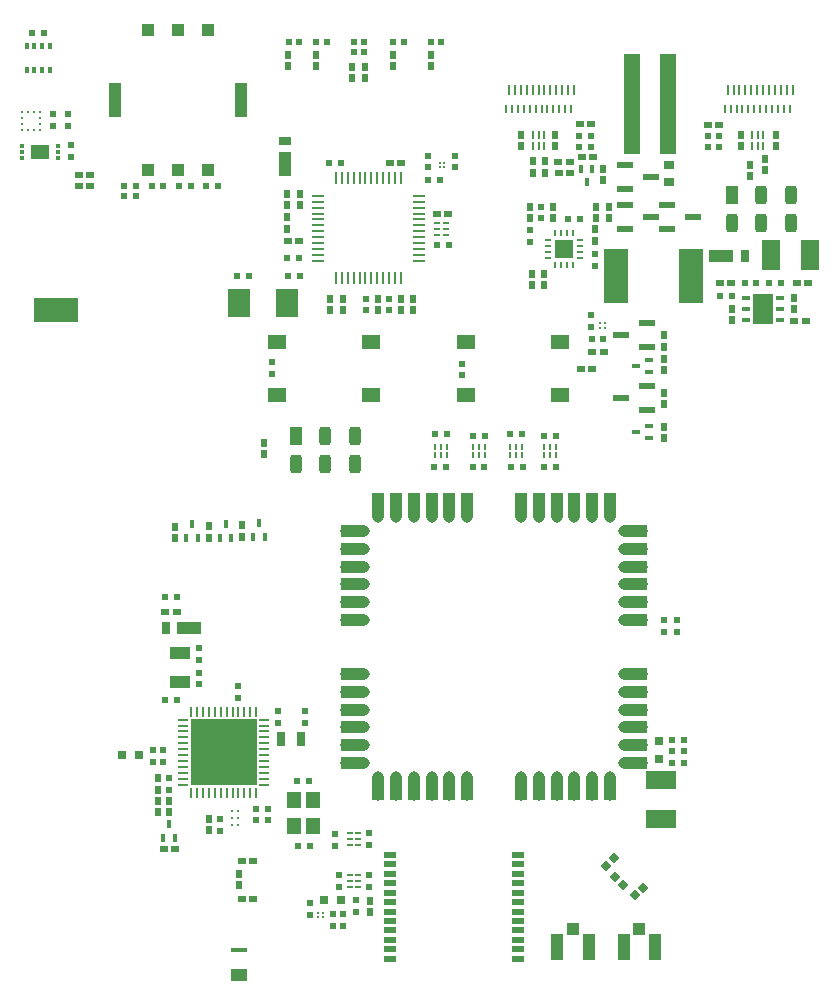
<source format=gtp>
G04*
G04 #@! TF.GenerationSoftware,Altium Limited,Altium Designer,19.0.15 (446)*
G04*
G04 Layer_Color=8421504*
%FSLAX44Y44*%
%MOMM*%
G71*
G01*
G75*
%ADD17R,1.9000X2.4000*%
%ADD18R,1.4000X0.4000*%
%ADD19R,1.4000X1.0000*%
%ADD20R,0.2000X0.2000*%
%ADD21O,2.5000X1.0000*%
%ADD22O,1.0000X2.5000*%
%ADD23R,1.2000X1.4000*%
%ADD25R,2.1000X4.5500*%
%ADD26R,1.5000X2.5000*%
%ADD27R,0.6000X0.5000*%
%ADD28R,1.0000X1.1000*%
%ADD29R,1.0000X3.0000*%
%ADD30R,1.1000X0.8000*%
%ADD31R,1.1000X2.1000*%
%ADD32R,0.6000X0.5000*%
%ADD33R,0.8500X0.7000*%
%ADD34R,0.7500X1.3000*%
%ADD35R,0.6500X0.8000*%
%ADD36R,1.0500X2.2000*%
%ADD37R,1.0000X1.0500*%
%ADD38R,1.4000X0.6000*%
%ADD39R,0.4000X0.6500*%
%ADD40R,1.5500X1.3000*%
%ADD41R,1.0000X1.6000*%
G04:AMPARAMS|DCode=42|XSize=1mm|YSize=1.6mm|CornerRadius=0.25mm|HoleSize=0mm|Usage=FLASHONLY|Rotation=0.000|XOffset=0mm|YOffset=0mm|HoleType=Round|Shape=RoundedRectangle|*
%AMROUNDEDRECTD42*
21,1,1.0000,1.1000,0,0,0.0*
21,1,0.5000,1.6000,0,0,0.0*
1,1,0.5000,0.2500,-0.5500*
1,1,0.5000,-0.2500,-0.5500*
1,1,0.5000,-0.2500,0.5500*
1,1,0.5000,0.2500,0.5500*
%
%ADD42ROUNDEDRECTD42*%
%ADD43R,3.8000X2.0300*%
%ADD44R,1.1000X0.6000*%
%ADD45O,0.8500X0.2500*%
%ADD46O,0.2500X0.8500*%
%ADD47R,5.6000X5.6000*%
%ADD48R,1.5000X1.5000*%
%ADD49R,0.2500X0.5000*%
%ADD50R,0.5000X0.2500*%
%ADD51R,1.7500X2.5000*%
%ADD52R,0.7000X0.4500*%
%ADD53C,0.2200*%
%ADD54R,0.2750X0.2500*%
%ADD55R,0.2500X0.2750*%
%ADD56R,1.5000X1.2000*%
%ADD57R,0.4000X0.3000*%
%ADD58R,0.3500X0.5000*%
%ADD59R,0.2500X0.6500*%
%ADD60R,0.2000X1.0000*%
%ADD61R,1.0000X0.2000*%
%ADD62R,0.5250X0.2500*%
%ADD63R,1.8000X1.0000*%
%ADD64R,1.4000X8.5000*%
%ADD65R,0.2700X0.8000*%
%ADD66R,0.2700X0.9000*%
%ADD67R,0.6000X0.6500*%
%ADD68R,0.6500X0.4000*%
%ADD70R,0.6500X0.6000*%
%ADD71R,0.5000X0.6000*%
%ADD72R,0.8000X1.1000*%
%ADD73R,2.1000X1.1000*%
%ADD74R,2.5000X1.5000*%
%ADD75R,0.8000X0.6500*%
%ADD76R,0.2500X0.5250*%
G04:AMPARAMS|DCode=77|XSize=0.6mm|YSize=0.65mm|CornerRadius=0mm|HoleSize=0mm|Usage=FLASHONLY|Rotation=135.000|XOffset=0mm|YOffset=0mm|HoleType=Round|Shape=Rectangle|*
%AMROTATEDRECTD77*
4,1,4,0.4419,0.0177,-0.0177,-0.4419,-0.4419,-0.0177,0.0177,0.4419,0.4419,0.0177,0.0*
%
%ADD77ROTATEDRECTD77*%

G04:AMPARAMS|DCode=78|XSize=0.6mm|YSize=0.65mm|CornerRadius=0mm|HoleSize=0mm|Usage=FLASHONLY|Rotation=225.000|XOffset=0mm|YOffset=0mm|HoleType=Round|Shape=Rectangle|*
%AMROTATEDRECTD78*
4,1,4,-0.0177,0.4419,0.4419,-0.0177,0.0177,-0.4419,-0.4419,0.0177,-0.0177,0.4419,0.0*
%
%ADD78ROTATEDRECTD78*%

%ADD79R,0.5000X0.6000*%
%ADD87R,0.6250X1.0000*%
%ADD88R,0.6250X1.0000*%
%ADD89R,0.6250X1.0000*%
%ADD90R,0.6250X1.0000*%
%ADD91R,1.0000X0.5000*%
D17*
X450460Y839400D02*
D03*
X491460D02*
D03*
D18*
X450275Y292009D02*
D03*
D19*
Y270349D02*
D03*
D20*
X445151Y397330D02*
D03*
X450151D02*
D03*
Y403200D02*
D03*
X445151D02*
D03*
Y409070D02*
D03*
X450151D02*
D03*
D21*
X784200Y646270D02*
D03*
Y631270D02*
D03*
Y616270D02*
D03*
Y601270D02*
D03*
Y586270D02*
D03*
Y571270D02*
D03*
Y525270D02*
D03*
Y510270D02*
D03*
Y495270D02*
D03*
Y480270D02*
D03*
Y465270D02*
D03*
Y450270D02*
D03*
X549200D02*
D03*
Y465270D02*
D03*
Y480270D02*
D03*
Y495270D02*
D03*
Y510270D02*
D03*
Y525270D02*
D03*
Y571270D02*
D03*
Y586270D02*
D03*
Y601270D02*
D03*
Y616270D02*
D03*
Y631270D02*
D03*
Y646270D02*
D03*
D22*
X764700Y430770D02*
D03*
X749700D02*
D03*
X734700D02*
D03*
X719700D02*
D03*
X704700D02*
D03*
X689700D02*
D03*
X643700D02*
D03*
X628700D02*
D03*
X613700D02*
D03*
X598700D02*
D03*
X583700D02*
D03*
X568700D02*
D03*
Y665770D02*
D03*
X583700D02*
D03*
X598700D02*
D03*
X613700D02*
D03*
X628700D02*
D03*
X643700D02*
D03*
X689700D02*
D03*
X704700D02*
D03*
X719700D02*
D03*
X734700D02*
D03*
X749700D02*
D03*
X764700D02*
D03*
D23*
X497200Y418800D02*
D03*
X513200D02*
D03*
Y396800D02*
D03*
X497200D02*
D03*
D25*
X770200Y862109D02*
D03*
X833199D02*
D03*
D26*
X901230Y880200D02*
D03*
X934250D02*
D03*
D27*
X748900Y971900D02*
D03*
X738900D02*
D03*
X432700Y938853D02*
D03*
X422700D02*
D03*
X399700D02*
D03*
X409700D02*
D03*
X376700D02*
D03*
X386700D02*
D03*
X526700Y958200D02*
D03*
X536700D02*
D03*
X611010Y943200D02*
D03*
X621010D02*
D03*
X628700Y888200D02*
D03*
X618700D02*
D03*
X501700Y877200D02*
D03*
X491700D02*
D03*
X748800Y981100D02*
D03*
X738800D02*
D03*
X847400Y980500D02*
D03*
X857400D02*
D03*
X847400Y971300D02*
D03*
X857400D02*
D03*
X909700Y856708D02*
D03*
X899700D02*
D03*
X878700D02*
D03*
X888700D02*
D03*
X867700Y845371D02*
D03*
X857700D02*
D03*
X749160Y809200D02*
D03*
X759160D02*
D03*
X739600Y910945D02*
D03*
X729600D02*
D03*
X817560Y450200D02*
D03*
X827560D02*
D03*
X817700Y460200D02*
D03*
X827700D02*
D03*
X817700Y469200D02*
D03*
X827700D02*
D03*
X719250Y700276D02*
D03*
X709250D02*
D03*
X719250Y726430D02*
D03*
X709250D02*
D03*
X691250Y700276D02*
D03*
X681250D02*
D03*
X690250Y728640D02*
D03*
X680250D02*
D03*
X658588Y726430D02*
D03*
X648588D02*
D03*
X658448Y700276D02*
D03*
X648448D02*
D03*
X626800Y728640D02*
D03*
X616800D02*
D03*
X625700Y700276D02*
D03*
X615700D02*
D03*
X465400Y410700D02*
D03*
X475400D02*
D03*
X465400Y401700D02*
D03*
X475400D02*
D03*
X510400Y379683D02*
D03*
X500400D02*
D03*
X501960Y862110D02*
D03*
X491960D02*
D03*
X459150Y862380D02*
D03*
X449150D02*
D03*
X510200Y435000D02*
D03*
X500200D02*
D03*
X398210Y503090D02*
D03*
X388210D02*
D03*
X388038Y590202D02*
D03*
X398038D02*
D03*
X363700Y929853D02*
D03*
X353700D02*
D03*
X363700Y938853D02*
D03*
X353700D02*
D03*
X275700Y1068200D02*
D03*
X285700D02*
D03*
D28*
X399100Y1070314D02*
D03*
X424500D02*
D03*
X373700D02*
D03*
X424300Y952214D02*
D03*
X373500D02*
D03*
X398900D02*
D03*
D29*
X346100Y1011314D02*
D03*
X452100D02*
D03*
D30*
X489700Y976950D02*
D03*
D31*
X489700Y957200D02*
D03*
D32*
X556700Y1060700D02*
D03*
Y1051700D02*
D03*
X547700Y1060700D02*
D03*
Y1051700D02*
D03*
D33*
X814700Y956700D02*
D03*
Y941700D02*
D03*
D34*
X485950Y470200D02*
D03*
X503450D02*
D03*
D35*
X522300Y333860D02*
D03*
X536800D02*
D03*
X351790Y456900D02*
D03*
X366290D02*
D03*
D36*
X720100Y294200D02*
D03*
X746700D02*
D03*
X776400Y294000D02*
D03*
X803000D02*
D03*
D37*
X733400Y309400D02*
D03*
X789700Y309200D02*
D03*
D38*
X773700Y812200D02*
D03*
X795700Y822200D02*
D03*
Y802200D02*
D03*
X799700Y912200D02*
D03*
X777700Y902200D02*
D03*
Y922200D02*
D03*
X834700Y912025D02*
D03*
X812700Y902025D02*
D03*
Y922025D02*
D03*
X799700Y946200D02*
D03*
X777700Y936200D02*
D03*
Y956200D02*
D03*
X773700Y759200D02*
D03*
X795700Y769200D02*
D03*
Y749200D02*
D03*
D39*
X739900Y953200D02*
D03*
X749900D02*
D03*
X744900Y941700D02*
D03*
X396700Y386555D02*
D03*
X386700D02*
D03*
X391700Y398055D02*
D03*
X472631Y641450D02*
D03*
X462631D02*
D03*
X467631Y652950D02*
D03*
X444300Y640850D02*
D03*
X434300D02*
D03*
X439300Y652350D02*
D03*
X415854Y640755D02*
D03*
X405854D02*
D03*
X410854Y652255D02*
D03*
D40*
X482910Y806300D02*
D03*
X562510Y806300D02*
D03*
X562410Y761300D02*
D03*
X482910D02*
D03*
X642910Y806300D02*
D03*
X722510Y806300D02*
D03*
X722410Y761300D02*
D03*
X642910D02*
D03*
D41*
X867700Y931200D02*
D03*
X498700Y727200D02*
D03*
D42*
X892700Y931200D02*
D03*
X917700D02*
D03*
Y907200D02*
D03*
X892700D02*
D03*
X867700D02*
D03*
X523700Y727200D02*
D03*
X548700D02*
D03*
Y703200D02*
D03*
X523700D02*
D03*
X498700D02*
D03*
D43*
X295398Y833199D02*
D03*
D44*
X578200Y284200D02*
D03*
Y292200D02*
D03*
Y300200D02*
D03*
Y308200D02*
D03*
Y316200D02*
D03*
Y324200D02*
D03*
Y332200D02*
D03*
Y340200D02*
D03*
Y348200D02*
D03*
Y356200D02*
D03*
Y364200D02*
D03*
Y372200D02*
D03*
X687200D02*
D03*
Y364200D02*
D03*
Y356200D02*
D03*
Y348200D02*
D03*
Y340200D02*
D03*
Y332200D02*
D03*
Y324200D02*
D03*
Y316200D02*
D03*
Y308200D02*
D03*
Y300200D02*
D03*
Y292200D02*
D03*
Y284200D02*
D03*
D45*
X403450Y486700D02*
D03*
Y481700D02*
D03*
Y476700D02*
D03*
Y471700D02*
D03*
Y466700D02*
D03*
Y461700D02*
D03*
Y456700D02*
D03*
Y451700D02*
D03*
Y446700D02*
D03*
Y441700D02*
D03*
Y436700D02*
D03*
Y431700D02*
D03*
X471950D02*
D03*
Y436700D02*
D03*
Y441700D02*
D03*
Y446700D02*
D03*
Y451700D02*
D03*
Y456700D02*
D03*
Y461700D02*
D03*
Y466700D02*
D03*
Y471700D02*
D03*
Y476700D02*
D03*
Y481700D02*
D03*
Y486700D02*
D03*
D46*
X410200Y424950D02*
D03*
X415200D02*
D03*
X420200D02*
D03*
X425200D02*
D03*
X430200D02*
D03*
X435200D02*
D03*
X440200D02*
D03*
X445200D02*
D03*
X450200D02*
D03*
X455200D02*
D03*
X460200D02*
D03*
X465200D02*
D03*
Y493450D02*
D03*
X460200D02*
D03*
X455200D02*
D03*
X450200D02*
D03*
X445200D02*
D03*
X440200D02*
D03*
X435200D02*
D03*
X430200D02*
D03*
X425200D02*
D03*
X420200D02*
D03*
X415200D02*
D03*
X410200D02*
D03*
D47*
X437700Y459200D02*
D03*
D48*
X725700Y885103D02*
D03*
D49*
X718200Y871603D02*
D03*
X723199D02*
D03*
X728199D02*
D03*
X733199D02*
D03*
X733200Y898503D02*
D03*
X728200D02*
D03*
X723200D02*
D03*
X718200D02*
D03*
D50*
X739100Y877603D02*
D03*
Y882603D02*
D03*
Y887603D02*
D03*
Y892603D02*
D03*
X712200Y892603D02*
D03*
Y887603D02*
D03*
Y882603D02*
D03*
Y877603D02*
D03*
D51*
X894230Y834450D02*
D03*
D52*
X879680Y824952D02*
D03*
Y834452D02*
D03*
Y843952D02*
D03*
X908679Y824950D02*
D03*
Y834450D02*
D03*
Y843950D02*
D03*
D53*
X760700Y822200D02*
D03*
X756700D02*
D03*
Y818200D02*
D03*
X760700D02*
D03*
X624487Y954200D02*
D03*
Y958200D02*
D03*
X620487D02*
D03*
Y954200D02*
D03*
X517875Y323266D02*
D03*
Y319266D02*
D03*
X521875D02*
D03*
Y323266D02*
D03*
D54*
X267200Y986113D02*
D03*
Y991113D02*
D03*
Y996113D02*
D03*
Y1001113D02*
D03*
X282200D02*
D03*
Y996113D02*
D03*
Y991113D02*
D03*
Y986113D02*
D03*
D55*
X272200D02*
D03*
X277200D02*
D03*
X272200Y1001113D02*
D03*
X277200D02*
D03*
D56*
X282243Y967425D02*
D03*
D57*
X267243Y962425D02*
D03*
X297243D02*
D03*
Y967425D02*
D03*
X267243D02*
D03*
Y972425D02*
D03*
X297243D02*
D03*
D58*
X270950Y1036950D02*
D03*
X277450D02*
D03*
X283950D02*
D03*
X290450D02*
D03*
Y1057450D02*
D03*
X283950D02*
D03*
X277450D02*
D03*
X270950D02*
D03*
D59*
X699300Y982000D02*
D03*
X704300D02*
D03*
X709300D02*
D03*
Y972500D02*
D03*
X704300D02*
D03*
X699300D02*
D03*
X884700Y981950D02*
D03*
X889700D02*
D03*
X894700D02*
D03*
Y972450D02*
D03*
X889700D02*
D03*
X884700D02*
D03*
D60*
X532710Y945200D02*
D03*
X572710Y860200D02*
D03*
X532710D02*
D03*
X557710Y945200D02*
D03*
X572710D02*
D03*
X547710D02*
D03*
X552710D02*
D03*
X587710Y860200D02*
D03*
Y945200D02*
D03*
X577710D02*
D03*
X582710D02*
D03*
X562710Y860200D02*
D03*
X542710Y945200D02*
D03*
X557710Y860200D02*
D03*
X552710D02*
D03*
X567710Y945200D02*
D03*
X537710Y860200D02*
D03*
X542710D02*
D03*
X562710Y945200D02*
D03*
X582710Y860200D02*
D03*
X547710D02*
D03*
X537710Y945200D02*
D03*
X567710Y860200D02*
D03*
X577710D02*
D03*
D61*
X602710Y930200D02*
D03*
Y920200D02*
D03*
X517710Y890200D02*
D03*
Y900200D02*
D03*
X602710Y915200D02*
D03*
X517710Y885200D02*
D03*
Y875200D02*
D03*
X602710Y900200D02*
D03*
Y875200D02*
D03*
Y890200D02*
D03*
Y895200D02*
D03*
Y885200D02*
D03*
X517710Y930200D02*
D03*
Y895200D02*
D03*
X602710Y880200D02*
D03*
Y925200D02*
D03*
Y910200D02*
D03*
X517710Y880200D02*
D03*
X602710Y905200D02*
D03*
X517710Y915200D02*
D03*
Y920200D02*
D03*
Y925200D02*
D03*
Y910200D02*
D03*
Y905200D02*
D03*
D62*
X618545Y906950D02*
D03*
Y901950D02*
D03*
Y896950D02*
D03*
X625845Y906950D02*
D03*
Y901950D02*
D03*
Y896950D02*
D03*
X551802Y345206D02*
D03*
Y350206D02*
D03*
Y355206D02*
D03*
X544502Y345206D02*
D03*
Y350206D02*
D03*
Y355206D02*
D03*
X551700Y380683D02*
D03*
Y385683D02*
D03*
Y390683D02*
D03*
X544400Y380683D02*
D03*
Y385683D02*
D03*
Y390683D02*
D03*
D63*
X400761Y543270D02*
D03*
Y518270D02*
D03*
D64*
X813700Y1008200D02*
D03*
X783700D02*
D03*
D65*
X676850Y1004010D02*
D03*
X681850D02*
D03*
X686850D02*
D03*
X691850D02*
D03*
X696850D02*
D03*
X701850D02*
D03*
X706850D02*
D03*
X711850D02*
D03*
X716850D02*
D03*
X721850D02*
D03*
X726850D02*
D03*
X731850D02*
D03*
X861950D02*
D03*
X866950D02*
D03*
X871950D02*
D03*
X876950D02*
D03*
X881950D02*
D03*
X886950D02*
D03*
X891950D02*
D03*
X896950D02*
D03*
X901950D02*
D03*
X906950D02*
D03*
X911950D02*
D03*
X916950D02*
D03*
D66*
X734330Y1020010D02*
D03*
X729330D02*
D03*
X724330D02*
D03*
X719330D02*
D03*
X714330D02*
D03*
X709330D02*
D03*
X704330D02*
D03*
X699330D02*
D03*
X694330D02*
D03*
X689330D02*
D03*
X684330D02*
D03*
X679330D02*
D03*
X919430D02*
D03*
X914430D02*
D03*
X909430D02*
D03*
X904430D02*
D03*
X899430D02*
D03*
X894430D02*
D03*
X889430D02*
D03*
X884430D02*
D03*
X879430D02*
D03*
X874430D02*
D03*
X869430D02*
D03*
X864430D02*
D03*
D67*
X896400Y951900D02*
D03*
Y961400D02*
D03*
X758600Y943400D02*
D03*
Y952900D02*
D03*
X752400Y892190D02*
D03*
Y901690D02*
D03*
X502700Y922450D02*
D03*
Y931950D02*
D03*
X491700D02*
D03*
Y922450D02*
D03*
Y902450D02*
D03*
Y911950D02*
D03*
X538700Y833700D02*
D03*
Y843200D02*
D03*
X568200Y842700D02*
D03*
Y833200D02*
D03*
X587700Y833450D02*
D03*
Y842950D02*
D03*
X597700Y833450D02*
D03*
Y842950D02*
D03*
X527700Y833700D02*
D03*
Y843200D02*
D03*
X709500Y959300D02*
D03*
Y949800D02*
D03*
X699300Y959300D02*
D03*
Y949800D02*
D03*
X718400Y981950D02*
D03*
Y972450D02*
D03*
X689400Y981950D02*
D03*
Y972450D02*
D03*
X883100Y947050D02*
D03*
Y956550D02*
D03*
X875700Y981700D02*
D03*
Y972200D02*
D03*
X905700Y981700D02*
D03*
Y972200D02*
D03*
X920700Y843950D02*
D03*
Y834450D02*
D03*
X867700Y824700D02*
D03*
Y834200D02*
D03*
X810529Y811950D02*
D03*
Y802450D02*
D03*
Y782450D02*
D03*
Y791950D02*
D03*
Y763200D02*
D03*
Y753700D02*
D03*
Y725274D02*
D03*
Y734774D02*
D03*
X763700Y920950D02*
D03*
Y911450D02*
D03*
X752700Y920950D02*
D03*
Y911450D02*
D03*
X716300Y920853D02*
D03*
Y911353D02*
D03*
X697300Y920853D02*
D03*
Y911353D02*
D03*
X708700Y854603D02*
D03*
Y864103D02*
D03*
X698700Y854603D02*
D03*
Y864103D02*
D03*
X561323Y333500D02*
D03*
Y324000D02*
D03*
X382093Y427450D02*
D03*
Y436950D02*
D03*
X391700Y408065D02*
D03*
Y417565D02*
D03*
X382093D02*
D03*
Y408065D02*
D03*
X425000Y393024D02*
D03*
Y402524D02*
D03*
X453126Y651069D02*
D03*
Y641569D02*
D03*
X425300Y650350D02*
D03*
Y640850D02*
D03*
X396850Y650170D02*
D03*
Y640670D02*
D03*
X471700Y711450D02*
D03*
Y720950D02*
D03*
X450275Y355950D02*
D03*
Y346450D02*
D03*
X492586Y1049379D02*
D03*
Y1039879D02*
D03*
X613121Y1040300D02*
D03*
Y1049800D02*
D03*
X581200Y1040161D02*
D03*
Y1049661D02*
D03*
X516086Y1049379D02*
D03*
Y1039879D02*
D03*
X546300Y1029985D02*
D03*
Y1039485D02*
D03*
X557700Y1029985D02*
D03*
Y1039485D02*
D03*
D68*
X797950Y791200D02*
D03*
Y781200D02*
D03*
X786450Y786200D02*
D03*
X797950Y735200D02*
D03*
Y725200D02*
D03*
X786450Y730200D02*
D03*
D70*
X750200Y962700D02*
D03*
X740700D02*
D03*
X748650Y991000D02*
D03*
X739150D02*
D03*
X618525Y915200D02*
D03*
X628025D02*
D03*
X578200Y958200D02*
D03*
X587700D02*
D03*
X491950Y892200D02*
D03*
X501450D02*
D03*
X730711Y949200D02*
D03*
X721211D02*
D03*
X721150Y958700D02*
D03*
X730650D02*
D03*
X847400Y990500D02*
D03*
X856900D02*
D03*
X932450Y856200D02*
D03*
X922950D02*
D03*
X857950D02*
D03*
X867450D02*
D03*
X930450Y824200D02*
D03*
X920950D02*
D03*
X749900Y783500D02*
D03*
X740400D02*
D03*
X759450Y798200D02*
D03*
X749950D02*
D03*
X386950Y377121D02*
D03*
X396450D02*
D03*
X388288Y578202D02*
D03*
X397788D02*
D03*
X462450Y366981D02*
D03*
X452950D02*
D03*
X462450Y335121D02*
D03*
X452950D02*
D03*
X324526Y938105D02*
D03*
X315026D02*
D03*
X324526Y948105D02*
D03*
X315026D02*
D03*
D71*
X633700Y964200D02*
D03*
Y954200D02*
D03*
X610700Y964200D02*
D03*
Y954200D02*
D03*
X558500Y843200D02*
D03*
Y833200D02*
D03*
X577700Y843200D02*
D03*
Y833200D02*
D03*
X748700Y819200D02*
D03*
Y829200D02*
D03*
X752300Y881100D02*
D03*
Y871100D02*
D03*
X697300Y901103D02*
D03*
Y891103D02*
D03*
X706700Y921103D02*
D03*
Y911103D02*
D03*
X821692Y571197D02*
D03*
Y561197D02*
D03*
X810700Y571200D02*
D03*
Y561200D02*
D03*
X535152Y355206D02*
D03*
Y345206D02*
D03*
X560700Y390683D02*
D03*
Y380683D02*
D03*
X532300Y389700D02*
D03*
Y379700D02*
D03*
X549600Y324000D02*
D03*
Y334000D02*
D03*
X529875Y322266D02*
D03*
Y312266D02*
D03*
X538875Y312266D02*
D03*
Y322266D02*
D03*
X561152Y355207D02*
D03*
Y345206D02*
D03*
X510875Y331266D02*
D03*
Y321266D02*
D03*
X391441Y427073D02*
D03*
Y437073D02*
D03*
X435000Y402774D02*
D03*
Y392774D02*
D03*
X639700Y778200D02*
D03*
Y788200D02*
D03*
X478700Y789200D02*
D03*
Y779200D02*
D03*
X506700Y494200D02*
D03*
Y484200D02*
D03*
X483700Y494200D02*
D03*
Y484200D02*
D03*
X377500Y451100D02*
D03*
Y461100D02*
D03*
X386722Y451000D02*
D03*
Y461000D02*
D03*
X450200Y515200D02*
D03*
Y505200D02*
D03*
X416800Y516500D02*
D03*
Y526500D02*
D03*
X416859Y537000D02*
D03*
Y547000D02*
D03*
X293205Y999132D02*
D03*
Y989132D02*
D03*
X306065Y999132D02*
D03*
Y989132D02*
D03*
X308470Y963098D02*
D03*
Y973098D02*
D03*
D72*
X878700Y879200D02*
D03*
X388463Y564287D02*
D03*
D73*
X858951Y879200D02*
D03*
X408213Y564287D02*
D03*
D74*
X807941Y435200D02*
D03*
Y402180D02*
D03*
D75*
X806700Y453700D02*
D03*
Y468200D02*
D03*
D76*
X709320Y710558D02*
D03*
X714320D02*
D03*
X719320D02*
D03*
X709320Y717858D02*
D03*
X714320D02*
D03*
X719320D02*
D03*
X680250Y710558D02*
D03*
X685250D02*
D03*
X690250D02*
D03*
X680250Y717858D02*
D03*
X685250D02*
D03*
X690250D02*
D03*
X648542Y710558D02*
D03*
X653542D02*
D03*
X658542D02*
D03*
X648542Y717858D02*
D03*
X653542D02*
D03*
X658542D02*
D03*
X616700Y710558D02*
D03*
X621700D02*
D03*
X626700D02*
D03*
X616700Y717858D02*
D03*
X621700D02*
D03*
X626700D02*
D03*
D77*
X793059Y344559D02*
D03*
X786341Y337841D02*
D03*
X768108Y369628D02*
D03*
X761391Y362911D02*
D03*
D78*
X768801Y353559D02*
D03*
X775519Y346841D02*
D03*
D79*
X501656Y1060200D02*
D03*
X492656D02*
D03*
X613121D02*
D03*
X622121D02*
D03*
X581200D02*
D03*
X590200D02*
D03*
X525200D02*
D03*
X516200D02*
D03*
D87*
X539826Y525270D02*
D03*
Y495270D02*
D03*
Y465270D02*
D03*
Y450270D02*
D03*
X793575Y480270D02*
D03*
Y510270D02*
D03*
D88*
X539826Y480270D02*
D03*
Y510270D02*
D03*
X793575Y525270D02*
D03*
Y495270D02*
D03*
Y465270D02*
D03*
Y450270D02*
D03*
D89*
X539826Y646270D02*
D03*
Y616270D02*
D03*
Y586270D02*
D03*
Y571270D02*
D03*
X793575Y631270D02*
D03*
Y601270D02*
D03*
D90*
X539826Y601270D02*
D03*
Y631270D02*
D03*
X793575Y571270D02*
D03*
Y586270D02*
D03*
Y616270D02*
D03*
Y646270D02*
D03*
D91*
X643700Y420770D02*
D03*
X628701Y420770D02*
D03*
X598701D02*
D03*
X613700Y420770D02*
D03*
X568700D02*
D03*
X583701Y420770D02*
D03*
X764700Y420771D02*
D03*
X749700Y420770D02*
D03*
X719700D02*
D03*
X734700Y420771D02*
D03*
X689700D02*
D03*
X704700Y420770D02*
D03*
X643700Y675769D02*
D03*
X628701Y675770D02*
D03*
X598701D02*
D03*
X613700Y675769D02*
D03*
X568700D02*
D03*
X583701Y675770D02*
D03*
X704700Y675769D02*
D03*
X689700Y675770D02*
D03*
X734700D02*
D03*
X719700Y675769D02*
D03*
X749700D02*
D03*
X764700Y675770D02*
D03*
M02*

</source>
